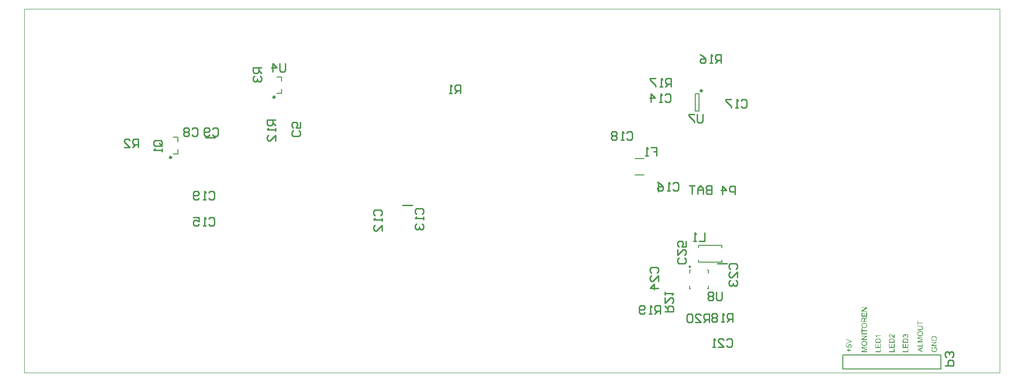
<source format=gbo>
%FSLAX25Y25*%
%MOIN*%
G70*
G01*
G75*
G04 Layer_Color=32896*
G04:AMPARAMS|DCode=10|XSize=23.62mil|YSize=61.02mil|CornerRadius=5.91mil|HoleSize=0mil|Usage=FLASHONLY|Rotation=0.000|XOffset=0mil|YOffset=0mil|HoleType=Round|Shape=RoundedRectangle|*
%AMROUNDEDRECTD10*
21,1,0.02362,0.04921,0,0,0.0*
21,1,0.01181,0.06102,0,0,0.0*
1,1,0.01181,0.00591,-0.02461*
1,1,0.01181,-0.00591,-0.02461*
1,1,0.01181,-0.00591,0.02461*
1,1,0.01181,0.00591,0.02461*
%
%ADD10ROUNDEDRECTD10*%
%ADD11R,0.05906X0.09843*%
%ADD12O,0.07480X0.02362*%
%ADD13O,0.01378X0.07087*%
%ADD14R,0.09843X0.05906*%
G04:AMPARAMS|DCode=15|XSize=23.62mil|YSize=61.02mil|CornerRadius=5.91mil|HoleSize=0mil|Usage=FLASHONLY|Rotation=270.000|XOffset=0mil|YOffset=0mil|HoleType=Round|Shape=RoundedRectangle|*
%AMROUNDEDRECTD15*
21,1,0.02362,0.04921,0,0,270.0*
21,1,0.01181,0.06102,0,0,270.0*
1,1,0.01181,-0.02461,-0.00591*
1,1,0.01181,-0.02461,0.00591*
1,1,0.01181,0.02461,0.00591*
1,1,0.01181,0.02461,-0.00591*
%
%ADD15ROUNDEDRECTD15*%
%ADD16R,0.04724X0.05315*%
%ADD17R,0.05315X0.04724*%
%ADD18R,0.05709X0.04528*%
%ADD19R,0.04528X0.05709*%
%ADD20R,0.04134X0.04331*%
%ADD21R,0.05315X0.03937*%
%ADD22R,0.03937X0.05315*%
%ADD23R,0.03150X0.01969*%
%ADD24R,0.01969X0.03150*%
%ADD25C,0.02000*%
%ADD26C,0.01500*%
%ADD27C,0.03000*%
%ADD28C,0.01300*%
%ADD29C,0.05000*%
%ADD30C,0.04000*%
%ADD31C,0.06500*%
%ADD32C,0.06000*%
%ADD33C,0.03937*%
%ADD34C,0.01000*%
%ADD35C,0.00100*%
%ADD36C,0.05906*%
%ADD37R,0.05906X0.05906*%
%ADD38C,0.11024*%
%ADD39C,0.15354*%
%ADD40C,0.06000*%
%ADD41C,0.11417*%
%ADD42R,0.05906X0.05906*%
%ADD43P,0.05966X8X112.5*%
%ADD44C,0.05512*%
%ADD45C,0.11811*%
%ADD46C,0.07874*%
%ADD47C,0.05213*%
G04:AMPARAMS|DCode=48|XSize=42.52mil|YSize=145.67mil|CornerRadius=10.63mil|HoleSize=0mil|Usage=FLASHONLY|Rotation=270.000|XOffset=0mil|YOffset=0mil|HoleType=Round|Shape=RoundedRectangle|*
%AMROUNDEDRECTD48*
21,1,0.04252,0.12441,0,0,270.0*
21,1,0.02126,0.14567,0,0,270.0*
1,1,0.02126,-0.06221,-0.01063*
1,1,0.02126,-0.06221,0.01063*
1,1,0.02126,0.06221,0.01063*
1,1,0.02126,0.06221,-0.01063*
%
%ADD48ROUNDEDRECTD48*%
%ADD49C,0.05000*%
%ADD50C,0.04000*%
%ADD51C,0.02000*%
%ADD52C,0.06200*%
%ADD53C,0.02284*%
%ADD54C,0.10236*%
%ADD55C,0.15700*%
%ADD56R,0.06693X0.12598*%
%ADD57R,0.09449X0.06496*%
%ADD58O,0.01102X0.03347*%
%ADD59R,0.03543X0.02559*%
%ADD60R,0.06102X0.05512*%
%ADD61R,0.03937X0.02362*%
%ADD62R,0.04331X0.04134*%
%ADD63C,0.04500*%
%ADD64C,0.02500*%
%ADD65C,0.07000*%
%ADD66C,0.03500*%
%ADD67C,0.05500*%
%ADD68R,0.02756X0.01102*%
%ADD69R,0.02756X0.01102*%
%ADD70R,0.02756X0.01102*%
%ADD71C,0.01575*%
%ADD72C,0.02362*%
%ADD73C,0.00787*%
%ADD74C,0.00800*%
G04:AMPARAMS|DCode=75|XSize=31.62mil|YSize=69.02mil|CornerRadius=9.91mil|HoleSize=0mil|Usage=FLASHONLY|Rotation=0.000|XOffset=0mil|YOffset=0mil|HoleType=Round|Shape=RoundedRectangle|*
%AMROUNDEDRECTD75*
21,1,0.03162,0.04921,0,0,0.0*
21,1,0.01181,0.06902,0,0,0.0*
1,1,0.01981,0.00591,-0.02461*
1,1,0.01981,-0.00591,-0.02461*
1,1,0.01981,-0.00591,0.02461*
1,1,0.01981,0.00591,0.02461*
%
%ADD75ROUNDEDRECTD75*%
%ADD76R,0.06706X0.10642*%
%ADD77O,0.08280X0.03162*%
%ADD78O,0.02178X0.07887*%
%ADD79R,0.10642X0.06706*%
G04:AMPARAMS|DCode=80|XSize=31.62mil|YSize=69.02mil|CornerRadius=9.91mil|HoleSize=0mil|Usage=FLASHONLY|Rotation=270.000|XOffset=0mil|YOffset=0mil|HoleType=Round|Shape=RoundedRectangle|*
%AMROUNDEDRECTD80*
21,1,0.03162,0.04921,0,0,270.0*
21,1,0.01181,0.06902,0,0,270.0*
1,1,0.01981,-0.02461,-0.00591*
1,1,0.01981,-0.02461,0.00591*
1,1,0.01981,0.02461,0.00591*
1,1,0.01981,0.02461,-0.00591*
%
%ADD80ROUNDEDRECTD80*%
%ADD81R,0.05524X0.06115*%
%ADD82R,0.06115X0.05524*%
%ADD83R,0.06509X0.05328*%
%ADD84R,0.05328X0.06509*%
%ADD85R,0.04934X0.05131*%
%ADD86R,0.06115X0.04737*%
%ADD87R,0.04737X0.06115*%
%ADD88R,0.03950X0.02769*%
%ADD89R,0.02769X0.03950*%
%ADD90C,0.06706*%
%ADD91R,0.06706X0.06706*%
%ADD92C,0.11824*%
%ADD93C,0.16154*%
%ADD94C,0.06800*%
%ADD95C,0.12217*%
%ADD96R,0.06706X0.06706*%
%ADD97P,0.06832X8X112.5*%
%ADD98C,0.06312*%
%ADD99C,0.12611*%
%ADD100C,0.08674*%
%ADD101C,0.06013*%
G04:AMPARAMS|DCode=102|XSize=50.52mil|YSize=153.67mil|CornerRadius=14.63mil|HoleSize=0mil|Usage=FLASHONLY|Rotation=270.000|XOffset=0mil|YOffset=0mil|HoleType=Round|Shape=RoundedRectangle|*
%AMROUNDEDRECTD102*
21,1,0.05052,0.12441,0,0,270.0*
21,1,0.02126,0.15367,0,0,270.0*
1,1,0.02926,-0.06221,-0.01063*
1,1,0.02926,-0.06221,0.01063*
1,1,0.02926,0.06221,0.01063*
1,1,0.02926,0.06221,-0.01063*
%
%ADD102ROUNDEDRECTD102*%
%ADD103C,0.05800*%
%ADD104C,0.04800*%
%ADD105C,0.02800*%
%ADD106C,0.07000*%
%ADD107C,0.03084*%
%ADD108C,0.11036*%
%ADD109C,0.16500*%
%ADD110R,0.07493X0.13398*%
%ADD111R,0.10000X0.07047*%
%ADD112O,0.01654X0.03898*%
%ADD113R,0.04343X0.03359*%
%ADD114R,0.06902X0.06312*%
%ADD115R,0.04737X0.03162*%
%ADD116R,0.05131X0.04934*%
%ADD117R,0.03556X0.01902*%
%ADD118R,0.03556X0.01902*%
%ADD119R,0.03556X0.01902*%
%ADD120R,0.04134X0.02677*%
%ADD121R,0.01968X0.01024*%
%ADD122R,0.01969X0.01024*%
%ADD123R,0.04134X0.02677*%
%ADD124O,0.00906X0.03150*%
G36*
X629019Y24602D02*
X629066D01*
X629171Y24596D01*
X629288Y24584D01*
X629423Y24561D01*
X629558Y24538D01*
X629686Y24502D01*
X629692D01*
X629704Y24497D01*
X629721Y24491D01*
X629745Y24485D01*
X629803Y24462D01*
X629885Y24432D01*
X629973Y24397D01*
X630066Y24350D01*
X630160Y24298D01*
X630248Y24239D01*
X630260Y24233D01*
X630283Y24210D01*
X630324Y24181D01*
X630376Y24134D01*
X630429Y24087D01*
X630488Y24023D01*
X630546Y23958D01*
X630599Y23888D01*
X630605Y23882D01*
X630616Y23853D01*
X630640Y23812D01*
X630669Y23760D01*
X630698Y23695D01*
X630727Y23619D01*
X630757Y23531D01*
X630786Y23432D01*
Y23420D01*
X630798Y23385D01*
X630803Y23333D01*
X630815Y23257D01*
X630827Y23169D01*
X630839Y23063D01*
X630844Y22946D01*
X630850Y22818D01*
Y21437D01*
X627007D01*
Y22753D01*
Y22759D01*
Y22771D01*
Y22794D01*
Y22829D01*
Y22864D01*
Y22911D01*
X627013Y23011D01*
X627019Y23116D01*
X627030Y23233D01*
X627048Y23344D01*
X627065Y23438D01*
Y23444D01*
X627071Y23455D01*
Y23467D01*
X627083Y23491D01*
X627101Y23555D01*
X627130Y23631D01*
X627165Y23719D01*
X627212Y23812D01*
X627270Y23906D01*
X627340Y23999D01*
Y24005D01*
X627352Y24011D01*
X627387Y24052D01*
X627446Y24105D01*
X627522Y24169D01*
X627615Y24245D01*
X627726Y24321D01*
X627855Y24391D01*
X628001Y24456D01*
X628007D01*
X628019Y24462D01*
X628042Y24467D01*
X628072Y24479D01*
X628107Y24491D01*
X628154Y24502D01*
X628206Y24520D01*
X628265Y24532D01*
X628329Y24543D01*
X628399Y24561D01*
X628551Y24584D01*
X628721Y24602D01*
X628908Y24608D01*
X628984D01*
X629019Y24602D01*
D02*
G37*
G36*
X629797Y27626D02*
X629844Y27621D01*
X629891Y27615D01*
X629949Y27603D01*
X630008Y27585D01*
X630142Y27545D01*
X630219Y27515D01*
X630289Y27474D01*
X630359Y27433D01*
X630429Y27387D01*
X630499Y27328D01*
X630570Y27264D01*
X630575Y27258D01*
X630587Y27246D01*
X630599Y27229D01*
X630622Y27199D01*
X630651Y27164D01*
X630681Y27117D01*
X630710Y27065D01*
X630739Y27012D01*
X630774Y26948D01*
X630803Y26878D01*
X630833Y26801D01*
X630862Y26720D01*
X630885Y26632D01*
X630897Y26538D01*
X630909Y26439D01*
X630915Y26339D01*
Y26334D01*
Y26316D01*
Y26293D01*
X630909Y26258D01*
X630903Y26211D01*
X630897Y26164D01*
X630891Y26105D01*
X630880Y26047D01*
X630844Y25912D01*
X630786Y25772D01*
X630757Y25702D01*
X630716Y25637D01*
X630669Y25567D01*
X630616Y25503D01*
X630611Y25497D01*
X630605Y25491D01*
X630587Y25474D01*
X630564Y25450D01*
X630529Y25427D01*
X630493Y25398D01*
X630452Y25363D01*
X630406Y25333D01*
X630289Y25263D01*
X630154Y25205D01*
X630002Y25152D01*
X629920Y25134D01*
X629832Y25123D01*
X629768Y25596D01*
X629774D01*
X629786Y25602D01*
X629809D01*
X629832Y25614D01*
X629903Y25631D01*
X629990Y25661D01*
X630084Y25696D01*
X630183Y25743D01*
X630271Y25801D01*
X630347Y25866D01*
X630353Y25877D01*
X630376Y25901D01*
X630400Y25942D01*
X630435Y26000D01*
X630464Y26064D01*
X630493Y26146D01*
X630517Y26240D01*
X630523Y26339D01*
Y26345D01*
Y26357D01*
Y26375D01*
X630517Y26398D01*
X630511Y26456D01*
X630493Y26533D01*
X630464Y26626D01*
X630429Y26720D01*
X630371Y26813D01*
X630295Y26901D01*
X630283Y26913D01*
X630254Y26936D01*
X630207Y26971D01*
X630137Y27018D01*
X630055Y27059D01*
X629955Y27094D01*
X629844Y27117D01*
X629721Y27129D01*
X629692D01*
X629669Y27123D01*
X629610Y27117D01*
X629534Y27100D01*
X629452Y27077D01*
X629359Y27036D01*
X629271Y26983D01*
X629189Y26913D01*
X629177Y26901D01*
X629154Y26878D01*
X629125Y26831D01*
X629084Y26766D01*
X629043Y26690D01*
X629013Y26597D01*
X628990Y26497D01*
X628978Y26380D01*
Y26375D01*
Y26357D01*
Y26328D01*
X628984Y26287D01*
X628990Y26240D01*
X628996Y26182D01*
X629008Y26117D01*
X629025Y26047D01*
X628610Y26100D01*
Y26105D01*
Y26129D01*
X628616Y26152D01*
Y26176D01*
Y26182D01*
Y26187D01*
Y26205D01*
Y26228D01*
X628610Y26281D01*
X628598Y26357D01*
X628581Y26439D01*
X628551Y26527D01*
X628516Y26620D01*
X628464Y26714D01*
X628458Y26726D01*
X628434Y26755D01*
X628393Y26790D01*
X628341Y26837D01*
X628276Y26883D01*
X628194Y26919D01*
X628095Y26948D01*
X627978Y26959D01*
X627937D01*
X627890Y26948D01*
X627826Y26936D01*
X627762Y26919D01*
X627691Y26883D01*
X627615Y26842D01*
X627551Y26784D01*
X627545Y26778D01*
X627522Y26755D01*
X627492Y26714D01*
X627463Y26661D01*
X627428Y26597D01*
X627405Y26521D01*
X627381Y26433D01*
X627375Y26334D01*
Y26328D01*
Y26322D01*
Y26287D01*
X627387Y26234D01*
X627399Y26176D01*
X627416Y26100D01*
X627452Y26024D01*
X627492Y25947D01*
X627551Y25871D01*
X627557Y25866D01*
X627580Y25842D01*
X627621Y25813D01*
X627680Y25778D01*
X627750Y25737D01*
X627838Y25702D01*
X627943Y25667D01*
X628066Y25643D01*
X627984Y25169D01*
X627978D01*
X627960Y25175D01*
X627937Y25181D01*
X627908Y25187D01*
X627867Y25199D01*
X627820Y25210D01*
X627715Y25251D01*
X627598Y25298D01*
X627475Y25368D01*
X627358Y25450D01*
X627253Y25556D01*
X627247Y25561D01*
X627241Y25567D01*
X627229Y25585D01*
X627212Y25614D01*
X627194Y25643D01*
X627171Y25678D01*
X627118Y25766D01*
X627071Y25877D01*
X627030Y26012D01*
X627001Y26158D01*
X626989Y26240D01*
Y26322D01*
Y26328D01*
Y26334D01*
Y26351D01*
Y26375D01*
X626995Y26433D01*
X627007Y26509D01*
X627024Y26597D01*
X627048Y26696D01*
X627083Y26796D01*
X627130Y26895D01*
Y26901D01*
X627136Y26907D01*
X627153Y26942D01*
X627182Y26989D01*
X627223Y27047D01*
X627276Y27112D01*
X627340Y27182D01*
X627416Y27246D01*
X627498Y27305D01*
X627510Y27310D01*
X627539Y27328D01*
X627586Y27351D01*
X627644Y27375D01*
X627721Y27398D01*
X627803Y27422D01*
X627890Y27439D01*
X627990Y27445D01*
X628031D01*
X628077Y27439D01*
X628136Y27428D01*
X628206Y27410D01*
X628282Y27387D01*
X628364Y27357D01*
X628440Y27310D01*
X628452Y27305D01*
X628475Y27287D01*
X628510Y27252D01*
X628557Y27211D01*
X628610Y27153D01*
X628662Y27088D01*
X628721Y27006D01*
X628768Y26913D01*
Y26919D01*
X628774Y26930D01*
Y26948D01*
X628785Y26971D01*
X628803Y27030D01*
X628838Y27106D01*
X628879Y27188D01*
X628937Y27275D01*
X629008Y27363D01*
X629095Y27439D01*
X629107Y27445D01*
X629142Y27468D01*
X629195Y27498D01*
X629265Y27539D01*
X629353Y27574D01*
X629458Y27603D01*
X629581Y27626D01*
X629715Y27632D01*
X629762D01*
X629797Y27626D01*
D02*
G37*
G36*
X630850Y14850D02*
X627007D01*
Y15359D01*
X630400D01*
Y17248D01*
X630850D01*
Y14850D01*
D02*
G37*
G36*
Y17869D02*
X627007D01*
Y20647D01*
X627457D01*
Y18377D01*
X628639D01*
Y20501D01*
X629089D01*
Y18377D01*
X630400D01*
Y20735D01*
X630850D01*
Y17869D01*
D02*
G37*
G36*
X621050Y14850D02*
X617207D01*
Y15359D01*
X620600D01*
Y17248D01*
X621050D01*
Y14850D01*
D02*
G37*
G36*
Y25052D02*
X620986D01*
X620945Y25058D01*
X620898Y25064D01*
X620846Y25070D01*
X620787Y25087D01*
X620729Y25105D01*
X620723D01*
X620717Y25111D01*
X620682Y25123D01*
X620635Y25146D01*
X620565Y25181D01*
X620489Y25222D01*
X620401Y25280D01*
X620313Y25339D01*
X620220Y25415D01*
X620214D01*
X620208Y25427D01*
X620173Y25456D01*
X620120Y25503D01*
X620050Y25573D01*
X619968Y25661D01*
X619869Y25766D01*
X619758Y25895D01*
X619635Y26035D01*
X619629Y26041D01*
X619611Y26064D01*
X619588Y26094D01*
X619547Y26135D01*
X619506Y26187D01*
X619453Y26246D01*
X619342Y26375D01*
X619208Y26515D01*
X619073Y26655D01*
X619009Y26726D01*
X618944Y26784D01*
X618880Y26837D01*
X618821Y26883D01*
X618816D01*
X618810Y26895D01*
X618792Y26907D01*
X618769Y26919D01*
X618710Y26954D01*
X618634Y26995D01*
X618546Y27036D01*
X618453Y27071D01*
X618348Y27094D01*
X618248Y27106D01*
X618236D01*
X618201Y27100D01*
X618149Y27094D01*
X618084Y27082D01*
X618008Y27053D01*
X617932Y27018D01*
X617850Y26971D01*
X617774Y26901D01*
X617768Y26889D01*
X617745Y26866D01*
X617716Y26819D01*
X617675Y26761D01*
X617640Y26685D01*
X617611Y26597D01*
X617587Y26491D01*
X617581Y26375D01*
Y26369D01*
Y26357D01*
Y26339D01*
X617587Y26316D01*
X617593Y26258D01*
X617605Y26182D01*
X617634Y26094D01*
X617669Y26000D01*
X617722Y25912D01*
X617792Y25831D01*
X617804Y25825D01*
X617827Y25801D01*
X617874Y25766D01*
X617938Y25731D01*
X618020Y25690D01*
X618114Y25661D01*
X618225Y25637D01*
X618354Y25626D01*
X618301Y25140D01*
X618277D01*
X618248Y25146D01*
X618213Y25152D01*
X618166Y25164D01*
X618114Y25169D01*
X617997Y25205D01*
X617862Y25251D01*
X617728Y25316D01*
X617593Y25403D01*
X617534Y25450D01*
X617476Y25509D01*
X617470Y25515D01*
X617464Y25526D01*
X617447Y25544D01*
X617429Y25567D01*
X617412Y25602D01*
X617382Y25643D01*
X617359Y25690D01*
X617330Y25743D01*
X617306Y25801D01*
X617277Y25866D01*
X617254Y25942D01*
X617236Y26018D01*
X617201Y26193D01*
X617195Y26287D01*
X617189Y26386D01*
Y26392D01*
Y26410D01*
Y26439D01*
X617195Y26480D01*
X617201Y26527D01*
X617207Y26579D01*
X617213Y26638D01*
X617230Y26702D01*
X617265Y26842D01*
X617318Y26989D01*
X617353Y27065D01*
X617394Y27135D01*
X617447Y27199D01*
X617499Y27264D01*
X617505Y27270D01*
X617511Y27275D01*
X617529Y27293D01*
X617552Y27316D01*
X617587Y27340D01*
X617622Y27369D01*
X617710Y27428D01*
X617821Y27486D01*
X617950Y27539D01*
X618096Y27580D01*
X618178Y27585D01*
X618260Y27591D01*
X618301D01*
X618348Y27585D01*
X618406Y27580D01*
X618476Y27568D01*
X618552Y27550D01*
X618634Y27527D01*
X618716Y27492D01*
X618728Y27486D01*
X618757Y27474D01*
X618798Y27451D01*
X618857Y27416D01*
X618927Y27375D01*
X619009Y27322D01*
X619091Y27252D01*
X619184Y27176D01*
X619196Y27164D01*
X619231Y27135D01*
X619284Y27082D01*
X619319Y27047D01*
X619360Y27006D01*
X619407Y26959D01*
X619459Y26901D01*
X619512Y26842D01*
X619576Y26778D01*
X619640Y26708D01*
X619711Y26626D01*
X619781Y26544D01*
X619863Y26450D01*
X619869Y26445D01*
X619880Y26433D01*
X619898Y26410D01*
X619921Y26380D01*
X619980Y26310D01*
X620056Y26222D01*
X620138Y26135D01*
X620220Y26041D01*
X620290Y25965D01*
X620319Y25936D01*
X620348Y25907D01*
X620354Y25901D01*
X620372Y25889D01*
X620395Y25866D01*
X620430Y25836D01*
X620506Y25772D01*
X620600Y25708D01*
Y27597D01*
X621050D01*
Y25052D01*
D02*
G37*
G36*
X611250Y14850D02*
X607407D01*
Y15359D01*
X610800D01*
Y17248D01*
X611250D01*
Y14850D01*
D02*
G37*
G36*
X621050Y17869D02*
X617207D01*
Y20647D01*
X617657D01*
Y18377D01*
X618839D01*
Y20501D01*
X619289D01*
Y18377D01*
X620600D01*
Y20735D01*
X621050D01*
Y17869D01*
D02*
G37*
G36*
X619219Y24602D02*
X619266D01*
X619371Y24596D01*
X619488Y24584D01*
X619623Y24561D01*
X619758Y24538D01*
X619886Y24502D01*
X619892D01*
X619904Y24497D01*
X619921Y24491D01*
X619945Y24485D01*
X620003Y24462D01*
X620085Y24432D01*
X620173Y24397D01*
X620266Y24350D01*
X620360Y24298D01*
X620448Y24239D01*
X620460Y24233D01*
X620483Y24210D01*
X620524Y24181D01*
X620576Y24134D01*
X620629Y24087D01*
X620688Y24023D01*
X620746Y23958D01*
X620799Y23888D01*
X620805Y23882D01*
X620816Y23853D01*
X620840Y23812D01*
X620869Y23760D01*
X620898Y23695D01*
X620927Y23619D01*
X620957Y23531D01*
X620986Y23432D01*
Y23420D01*
X620998Y23385D01*
X621003Y23333D01*
X621015Y23257D01*
X621027Y23169D01*
X621039Y23063D01*
X621044Y22946D01*
X621050Y22818D01*
Y21437D01*
X617207D01*
Y22753D01*
Y22759D01*
Y22771D01*
Y22794D01*
Y22829D01*
Y22864D01*
Y22911D01*
X617213Y23011D01*
X617219Y23116D01*
X617230Y23233D01*
X617248Y23344D01*
X617265Y23438D01*
Y23444D01*
X617271Y23455D01*
Y23467D01*
X617283Y23491D01*
X617301Y23555D01*
X617330Y23631D01*
X617365Y23719D01*
X617412Y23812D01*
X617470Y23906D01*
X617540Y23999D01*
Y24005D01*
X617552Y24011D01*
X617587Y24052D01*
X617646Y24105D01*
X617722Y24169D01*
X617815Y24245D01*
X617926Y24321D01*
X618055Y24391D01*
X618201Y24456D01*
X618207D01*
X618219Y24462D01*
X618242Y24467D01*
X618272Y24479D01*
X618307Y24491D01*
X618354Y24502D01*
X618406Y24520D01*
X618465Y24532D01*
X618529Y24543D01*
X618599Y24561D01*
X618751Y24584D01*
X618921Y24602D01*
X619108Y24608D01*
X619184D01*
X619219Y24602D01*
D02*
G37*
G36*
X649519Y26187D02*
X649566D01*
X649671Y26182D01*
X649788Y26170D01*
X649923Y26146D01*
X650058Y26123D01*
X650186Y26088D01*
X650192D01*
X650204Y26082D01*
X650221Y26076D01*
X650245Y26070D01*
X650303Y26047D01*
X650385Y26018D01*
X650473Y25982D01*
X650566Y25936D01*
X650660Y25883D01*
X650748Y25825D01*
X650760Y25819D01*
X650783Y25795D01*
X650824Y25766D01*
X650877Y25719D01*
X650929Y25673D01*
X650988Y25608D01*
X651046Y25544D01*
X651099Y25474D01*
X651105Y25468D01*
X651116Y25438D01*
X651140Y25398D01*
X651169Y25345D01*
X651198Y25280D01*
X651228Y25205D01*
X651257Y25117D01*
X651286Y25017D01*
Y25006D01*
X651298Y24971D01*
X651303Y24918D01*
X651315Y24842D01*
X651327Y24754D01*
X651339Y24649D01*
X651344Y24532D01*
X651350Y24403D01*
Y23022D01*
X647507D01*
Y24339D01*
Y24345D01*
Y24356D01*
Y24380D01*
Y24415D01*
Y24450D01*
Y24497D01*
X647513Y24596D01*
X647519Y24701D01*
X647530Y24818D01*
X647548Y24930D01*
X647565Y25023D01*
Y25029D01*
X647571Y25041D01*
Y25052D01*
X647583Y25076D01*
X647601Y25140D01*
X647630Y25216D01*
X647665Y25304D01*
X647712Y25398D01*
X647770Y25491D01*
X647840Y25585D01*
Y25591D01*
X647852Y25596D01*
X647887Y25637D01*
X647946Y25690D01*
X648022Y25754D01*
X648115Y25831D01*
X648226Y25907D01*
X648355Y25977D01*
X648501Y26041D01*
X648507D01*
X648519Y26047D01*
X648542Y26053D01*
X648572Y26064D01*
X648607Y26076D01*
X648654Y26088D01*
X648706Y26105D01*
X648765Y26117D01*
X648829Y26129D01*
X648899Y26146D01*
X649051Y26170D01*
X649221Y26187D01*
X649408Y26193D01*
X649484D01*
X649519Y26187D01*
D02*
G37*
G36*
X641350Y17863D02*
X640186Y17418D01*
Y15804D01*
X641350Y15388D01*
Y14850D01*
X637507Y16318D01*
Y16874D01*
X641350Y18436D01*
Y17863D01*
D02*
G37*
G36*
X650824Y18395D02*
X650830Y18383D01*
X650847Y18366D01*
X650865Y18337D01*
X650894Y18302D01*
X650917Y18261D01*
X650988Y18161D01*
X651058Y18044D01*
X651134Y17915D01*
X651204Y17769D01*
X651268Y17623D01*
Y17617D01*
X651274Y17605D01*
X651280Y17582D01*
X651292Y17553D01*
X651303Y17518D01*
X651315Y17477D01*
X651327Y17424D01*
X651339Y17371D01*
X651368Y17248D01*
X651391Y17114D01*
X651409Y16962D01*
X651415Y16810D01*
Y16804D01*
Y16786D01*
Y16757D01*
X651409Y16716D01*
Y16664D01*
X651403Y16605D01*
X651397Y16541D01*
X651385Y16470D01*
X651356Y16307D01*
X651315Y16137D01*
X651257Y15956D01*
X651175Y15780D01*
X651169Y15774D01*
X651163Y15763D01*
X651151Y15733D01*
X651128Y15704D01*
X651105Y15663D01*
X651075Y15622D01*
X650999Y15523D01*
X650900Y15406D01*
X650777Y15295D01*
X650637Y15183D01*
X650479Y15084D01*
X650473D01*
X650455Y15072D01*
X650432Y15061D01*
X650397Y15049D01*
X650356Y15031D01*
X650303Y15008D01*
X650245Y14990D01*
X650175Y14967D01*
X650104Y14944D01*
X650022Y14926D01*
X649847Y14885D01*
X649654Y14862D01*
X649449Y14850D01*
X649396D01*
X649356Y14856D01*
X649303D01*
X649244Y14862D01*
X649180Y14867D01*
X649110Y14879D01*
X648946Y14909D01*
X648771Y14949D01*
X648583Y15008D01*
X648402Y15084D01*
X648396D01*
X648379Y15096D01*
X648355Y15107D01*
X648320Y15125D01*
X648279Y15154D01*
X648238Y15183D01*
X648127Y15254D01*
X648010Y15353D01*
X647893Y15464D01*
X647782Y15605D01*
X647729Y15675D01*
X647682Y15757D01*
Y15763D01*
X647671Y15774D01*
X647659Y15804D01*
X647647Y15833D01*
X647624Y15874D01*
X647606Y15926D01*
X647583Y15985D01*
X647559Y16049D01*
X647542Y16119D01*
X647519Y16195D01*
X647478Y16371D01*
X647454Y16558D01*
X647442Y16769D01*
Y16775D01*
Y16786D01*
Y16810D01*
Y16839D01*
X647448Y16874D01*
Y16921D01*
X647460Y17020D01*
X647478Y17131D01*
X647501Y17260D01*
X647536Y17389D01*
X647583Y17518D01*
Y17523D01*
X647589Y17535D01*
X647595Y17553D01*
X647606Y17576D01*
X647636Y17635D01*
X647682Y17711D01*
X647735Y17798D01*
X647799Y17886D01*
X647870Y17974D01*
X647957Y18050D01*
X647969Y18056D01*
X647998Y18079D01*
X648051Y18114D01*
X648127Y18161D01*
X648215Y18208D01*
X648320Y18255D01*
X648443Y18302D01*
X648583Y18342D01*
X648712Y17880D01*
X648706D01*
X648700Y17874D01*
X648665Y17869D01*
X648612Y17845D01*
X648542Y17822D01*
X648472Y17793D01*
X648396Y17758D01*
X648320Y17717D01*
X648250Y17670D01*
X648244Y17664D01*
X648221Y17646D01*
X648191Y17617D01*
X648150Y17576D01*
X648109Y17523D01*
X648063Y17459D01*
X648022Y17389D01*
X647981Y17301D01*
X647975Y17289D01*
X647963Y17260D01*
X647946Y17208D01*
X647928Y17143D01*
X647910Y17067D01*
X647893Y16979D01*
X647881Y16880D01*
X647875Y16775D01*
Y16769D01*
Y16757D01*
Y16739D01*
Y16716D01*
X647881Y16652D01*
X647887Y16570D01*
X647905Y16476D01*
X647922Y16371D01*
X647952Y16272D01*
X647987Y16172D01*
X647992Y16160D01*
X648004Y16131D01*
X648028Y16084D01*
X648063Y16026D01*
X648104Y15961D01*
X648150Y15891D01*
X648203Y15827D01*
X648267Y15763D01*
X648273Y15757D01*
X648297Y15739D01*
X648332Y15710D01*
X648379Y15675D01*
X648437Y15634D01*
X648501Y15593D01*
X648572Y15558D01*
X648648Y15523D01*
X648654D01*
X648665Y15517D01*
X648683Y15511D01*
X648712Y15499D01*
X648741Y15488D01*
X648782Y15476D01*
X648876Y15452D01*
X648993Y15423D01*
X649122Y15400D01*
X649268Y15382D01*
X649420Y15376D01*
X649467D01*
X649508Y15382D01*
X649548D01*
X649601Y15388D01*
X649660Y15394D01*
X649718Y15400D01*
X649859Y15417D01*
X650005Y15452D01*
X650145Y15494D01*
X650286Y15552D01*
X650291D01*
X650303Y15558D01*
X650321Y15570D01*
X650344Y15587D01*
X650403Y15628D01*
X650479Y15681D01*
X650561Y15751D01*
X650648Y15839D01*
X650730Y15944D01*
X650800Y16061D01*
Y16067D01*
X650806Y16079D01*
X650818Y16096D01*
X650824Y16119D01*
X650836Y16149D01*
X650853Y16190D01*
X650882Y16277D01*
X650912Y16389D01*
X650941Y16506D01*
X650958Y16640D01*
X650964Y16781D01*
Y16786D01*
Y16798D01*
Y16816D01*
Y16839D01*
X650958Y16903D01*
X650947Y16985D01*
X650935Y17079D01*
X650912Y17190D01*
X650882Y17307D01*
X650841Y17424D01*
Y17430D01*
X650836Y17436D01*
X650830Y17453D01*
X650818Y17477D01*
X650795Y17535D01*
X650760Y17605D01*
X650718Y17681D01*
X650672Y17758D01*
X650619Y17833D01*
X650566Y17904D01*
X649841D01*
Y16775D01*
X649391D01*
Y18401D01*
X650818D01*
X650824Y18395D01*
D02*
G37*
G36*
X651350Y21648D02*
X648332Y19629D01*
X651350D01*
Y19144D01*
X647507D01*
Y19659D01*
X650526Y21683D01*
X647507D01*
Y22168D01*
X651350D01*
Y21648D01*
D02*
G37*
G36*
X641350Y18828D02*
X637507D01*
Y19337D01*
X640900D01*
Y21226D01*
X641350D01*
Y18828D01*
D02*
G37*
G36*
X639876Y33494D02*
X639929D01*
X639993Y33488D01*
X640063Y33482D01*
X640210Y33465D01*
X640362Y33441D01*
X640514Y33412D01*
X640648Y33365D01*
X640654D01*
X640666Y33359D01*
X640683Y33354D01*
X640707Y33342D01*
X640765Y33307D01*
X640847Y33260D01*
X640935Y33196D01*
X641029Y33114D01*
X641116Y33008D01*
X641204Y32891D01*
Y32886D01*
X641216Y32874D01*
X641222Y32856D01*
X641239Y32827D01*
X641251Y32798D01*
X641268Y32757D01*
X641292Y32704D01*
X641309Y32651D01*
X641327Y32593D01*
X641350Y32523D01*
X641368Y32453D01*
X641380Y32371D01*
X641403Y32195D01*
X641415Y31996D01*
Y31991D01*
Y31973D01*
Y31944D01*
X641409Y31909D01*
Y31862D01*
X641403Y31809D01*
X641397Y31751D01*
X641391Y31686D01*
X641368Y31546D01*
X641339Y31400D01*
X641292Y31248D01*
X641233Y31113D01*
Y31107D01*
X641222Y31095D01*
X641216Y31084D01*
X641198Y31060D01*
X641157Y30996D01*
X641093Y30926D01*
X641017Y30844D01*
X640929Y30768D01*
X640818Y30692D01*
X640695Y30627D01*
X640689D01*
X640678Y30622D01*
X640660Y30616D01*
X640631Y30604D01*
X640596Y30592D01*
X640549Y30581D01*
X640496Y30569D01*
X640438Y30557D01*
X640373Y30540D01*
X640303Y30528D01*
X640221Y30516D01*
X640139Y30505D01*
X640046Y30493D01*
X639946Y30487D01*
X639841Y30481D01*
X637507D01*
Y30990D01*
X639853D01*
X639899Y30996D01*
X640011Y31002D01*
X640128Y31014D01*
X640250Y31025D01*
X640368Y31049D01*
X640420Y31060D01*
X640467Y31078D01*
X640479Y31084D01*
X640508Y31095D01*
X640549Y31119D01*
X640601Y31154D01*
X640660Y31195D01*
X640724Y31253D01*
X640783Y31318D01*
X640836Y31400D01*
X640841Y31411D01*
X640853Y31441D01*
X640876Y31487D01*
X640894Y31552D01*
X640917Y31634D01*
X640941Y31727D01*
X640952Y31833D01*
X640958Y31949D01*
Y31955D01*
Y31973D01*
Y32002D01*
X640952Y32043D01*
Y32090D01*
X640947Y32143D01*
X640929Y32260D01*
X640894Y32394D01*
X640853Y32523D01*
X640789Y32646D01*
X640754Y32704D01*
X640707Y32751D01*
X640701D01*
X640695Y32763D01*
X640678Y32774D01*
X640654Y32786D01*
X640625Y32809D01*
X640590Y32827D01*
X640543Y32851D01*
X640490Y32874D01*
X640426Y32891D01*
X640356Y32915D01*
X640280Y32938D01*
X640186Y32956D01*
X640087Y32967D01*
X639981Y32979D01*
X639859Y32991D01*
X637507D01*
Y33500D01*
X639823D01*
X639876Y33494D01*
D02*
G37*
G36*
X637957Y35834D02*
X641350D01*
Y35325D01*
X637957D01*
Y34061D01*
X637507D01*
Y37098D01*
X637957D01*
Y35834D01*
D02*
G37*
G36*
X641350Y24994D02*
X638133D01*
X641350Y23871D01*
Y23414D01*
X638080Y22309D01*
X641350D01*
Y21817D01*
X637507D01*
Y22578D01*
X640227Y23491D01*
X640233D01*
X640245Y23496D01*
X640262Y23502D01*
X640292Y23508D01*
X640356Y23531D01*
X640438Y23561D01*
X640531Y23590D01*
X640625Y23619D01*
X640719Y23648D01*
X640795Y23672D01*
X640783Y23678D01*
X640754Y23684D01*
X640707Y23701D01*
X640642Y23724D01*
X640555Y23748D01*
X640449Y23783D01*
X640327Y23830D01*
X640180Y23877D01*
X637507Y24795D01*
Y25485D01*
X641350D01*
Y24994D01*
D02*
G37*
G36*
X639537Y29814D02*
X639590D01*
X639648Y29808D01*
X639712Y29803D01*
X639788Y29791D01*
X639952Y29762D01*
X640128Y29721D01*
X640309Y29662D01*
X640485Y29580D01*
X640490D01*
X640502Y29569D01*
X640525Y29557D01*
X640561Y29539D01*
X640596Y29510D01*
X640642Y29481D01*
X640742Y29411D01*
X640853Y29317D01*
X640970Y29200D01*
X641081Y29065D01*
X641181Y28913D01*
Y28907D01*
X641192Y28896D01*
X641204Y28872D01*
X641216Y28837D01*
X641233Y28796D01*
X641257Y28750D01*
X641274Y28697D01*
X641298Y28633D01*
X641339Y28498D01*
X641380Y28340D01*
X641403Y28165D01*
X641415Y27983D01*
Y27977D01*
Y27960D01*
Y27931D01*
X641409Y27890D01*
Y27843D01*
X641403Y27790D01*
X641391Y27726D01*
X641380Y27656D01*
X641350Y27509D01*
X641303Y27346D01*
X641239Y27176D01*
X641204Y27094D01*
X641157Y27012D01*
X641151Y27006D01*
X641146Y26995D01*
X641128Y26971D01*
X641111Y26942D01*
X641081Y26907D01*
X641052Y26866D01*
X640970Y26772D01*
X640865Y26667D01*
X640748Y26556D01*
X640601Y26456D01*
X640444Y26363D01*
X640438D01*
X640420Y26351D01*
X640397Y26345D01*
X640362Y26328D01*
X640321Y26310D01*
X640274Y26293D01*
X640215Y26275D01*
X640151Y26258D01*
X640081Y26234D01*
X640011Y26217D01*
X639847Y26182D01*
X639671Y26158D01*
X639484Y26146D01*
X639443D01*
X639391Y26152D01*
X639326D01*
X639244Y26164D01*
X639151Y26176D01*
X639051Y26187D01*
X638934Y26211D01*
X638817Y26240D01*
X638694Y26269D01*
X638572Y26310D01*
X638449Y26363D01*
X638326Y26421D01*
X638203Y26486D01*
X638092Y26568D01*
X637987Y26655D01*
X637981Y26661D01*
X637963Y26679D01*
X637934Y26708D01*
X637899Y26749D01*
X637858Y26801D01*
X637817Y26860D01*
X637764Y26930D01*
X637712Y27012D01*
X637665Y27106D01*
X637612Y27205D01*
X637571Y27316D01*
X637524Y27433D01*
X637495Y27556D01*
X637466Y27691D01*
X637448Y27837D01*
X637442Y27983D01*
Y27989D01*
Y28007D01*
Y28036D01*
X637448Y28071D01*
Y28118D01*
X637454Y28176D01*
X637466Y28235D01*
X637472Y28305D01*
X637507Y28451D01*
X637554Y28615D01*
X637612Y28779D01*
X637653Y28861D01*
X637700Y28943D01*
Y28949D01*
X637712Y28960D01*
X637723Y28984D01*
X637747Y29013D01*
X637770Y29048D01*
X637805Y29089D01*
X637881Y29182D01*
X637981Y29288D01*
X638104Y29399D01*
X638244Y29498D01*
X638408Y29592D01*
X638414D01*
X638431Y29604D01*
X638455Y29615D01*
X638490Y29627D01*
X638531Y29645D01*
X638583Y29662D01*
X638642Y29686D01*
X638706Y29709D01*
X638782Y29726D01*
X638858Y29750D01*
X639034Y29785D01*
X639227Y29808D01*
X639437Y29820D01*
X639496D01*
X639537Y29814D01*
D02*
G37*
G36*
X611250Y17869D02*
X607407D01*
Y20647D01*
X607857D01*
Y18377D01*
X609039D01*
Y20501D01*
X609489D01*
Y18377D01*
X610800D01*
Y20735D01*
X611250D01*
Y17869D01*
D02*
G37*
G36*
X599637Y35658D02*
X599689D01*
X599748Y35653D01*
X599812Y35647D01*
X599888Y35635D01*
X600052Y35606D01*
X600228Y35565D01*
X600409Y35506D01*
X600585Y35425D01*
X600590D01*
X600602Y35413D01*
X600626Y35401D01*
X600661Y35383D01*
X600696Y35354D01*
X600742Y35325D01*
X600842Y35255D01*
X600953Y35161D01*
X601070Y35044D01*
X601181Y34910D01*
X601281Y34758D01*
Y34752D01*
X601292Y34740D01*
X601304Y34717D01*
X601316Y34681D01*
X601333Y34641D01*
X601357Y34594D01*
X601374Y34541D01*
X601398Y34477D01*
X601439Y34342D01*
X601480Y34184D01*
X601503Y34009D01*
X601515Y33827D01*
Y33822D01*
Y33804D01*
Y33775D01*
X601509Y33734D01*
Y33687D01*
X601503Y33634D01*
X601491Y33570D01*
X601480Y33500D01*
X601450Y33354D01*
X601404Y33190D01*
X601339Y33020D01*
X601304Y32938D01*
X601257Y32856D01*
X601251Y32851D01*
X601246Y32839D01*
X601228Y32815D01*
X601210Y32786D01*
X601181Y32751D01*
X601152Y32710D01*
X601070Y32616D01*
X600965Y32511D01*
X600848Y32400D01*
X600702Y32300D01*
X600544Y32207D01*
X600538D01*
X600520Y32195D01*
X600497Y32189D01*
X600462Y32172D01*
X600421Y32154D01*
X600374Y32137D01*
X600315Y32119D01*
X600251Y32102D01*
X600181Y32078D01*
X600111Y32061D01*
X599947Y32026D01*
X599771Y32002D01*
X599584Y31991D01*
X599543D01*
X599491Y31996D01*
X599426D01*
X599344Y32008D01*
X599251Y32020D01*
X599151Y32032D01*
X599034Y32055D01*
X598917Y32084D01*
X598794Y32113D01*
X598672Y32154D01*
X598549Y32207D01*
X598426Y32265D01*
X598303Y32330D01*
X598192Y32412D01*
X598087Y32500D01*
X598081Y32505D01*
X598063Y32523D01*
X598034Y32552D01*
X597999Y32593D01*
X597958Y32646D01*
X597917Y32704D01*
X597864Y32774D01*
X597812Y32856D01*
X597765Y32950D01*
X597712Y33049D01*
X597671Y33160D01*
X597624Y33277D01*
X597595Y33400D01*
X597566Y33535D01*
X597548Y33681D01*
X597542Y33827D01*
Y33833D01*
Y33851D01*
Y33880D01*
X597548Y33915D01*
Y33962D01*
X597554Y34020D01*
X597566Y34079D01*
X597572Y34149D01*
X597607Y34295D01*
X597654Y34459D01*
X597712Y34623D01*
X597753Y34705D01*
X597800Y34787D01*
Y34793D01*
X597812Y34804D01*
X597823Y34828D01*
X597847Y34857D01*
X597870Y34892D01*
X597905Y34933D01*
X597981Y35027D01*
X598081Y35132D01*
X598204Y35243D01*
X598344Y35342D01*
X598508Y35436D01*
X598514D01*
X598531Y35448D01*
X598555Y35460D01*
X598590Y35471D01*
X598631Y35489D01*
X598683Y35506D01*
X598742Y35530D01*
X598806Y35553D01*
X598882Y35571D01*
X598958Y35594D01*
X599134Y35629D01*
X599327Y35653D01*
X599537Y35664D01*
X599596D01*
X599637Y35658D01*
D02*
G37*
G36*
X601450Y39069D02*
X600655Y38560D01*
X600649D01*
X600637Y38548D01*
X600620Y38537D01*
X600596Y38525D01*
X600538Y38484D01*
X600462Y38431D01*
X600374Y38373D01*
X600286Y38309D01*
X600204Y38250D01*
X600128Y38192D01*
X600122Y38186D01*
X600099Y38168D01*
X600064Y38139D01*
X600023Y38110D01*
X599941Y38022D01*
X599900Y37981D01*
X599871Y37934D01*
X599865Y37928D01*
X599859Y37917D01*
X599847Y37893D01*
X599830Y37864D01*
X599795Y37794D01*
X599765Y37706D01*
Y37700D01*
X599760Y37688D01*
Y37665D01*
X599754Y37636D01*
X599748Y37595D01*
Y37548D01*
X599742Y37490D01*
Y37419D01*
Y36834D01*
X601450D01*
Y36325D01*
X597607D01*
Y38028D01*
Y38034D01*
Y38051D01*
Y38074D01*
Y38110D01*
X597613Y38156D01*
Y38203D01*
X597619Y38320D01*
X597630Y38443D01*
X597654Y38572D01*
X597677Y38695D01*
X597695Y38753D01*
X597712Y38806D01*
Y38812D01*
X597718Y38818D01*
X597730Y38853D01*
X597759Y38899D01*
X597800Y38958D01*
X597847Y39028D01*
X597911Y39098D01*
X597987Y39169D01*
X598081Y39233D01*
X598092Y39239D01*
X598128Y39256D01*
X598180Y39285D01*
X598250Y39315D01*
X598338Y39344D01*
X598438Y39373D01*
X598543Y39391D01*
X598660Y39397D01*
X598701D01*
X598730Y39391D01*
X598765D01*
X598806Y39385D01*
X598900Y39362D01*
X599011Y39332D01*
X599122Y39285D01*
X599239Y39215D01*
X599298Y39174D01*
X599350Y39127D01*
X599362Y39116D01*
X599374Y39098D01*
X599397Y39081D01*
X599414Y39051D01*
X599444Y39016D01*
X599467Y38975D01*
X599496Y38929D01*
X599526Y38876D01*
X599555Y38812D01*
X599584Y38747D01*
X599613Y38671D01*
X599643Y38595D01*
X599666Y38507D01*
X599684Y38414D01*
X599701Y38314D01*
X599707Y38326D01*
X599719Y38350D01*
X599736Y38385D01*
X599760Y38425D01*
X599824Y38525D01*
X599859Y38578D01*
X599894Y38618D01*
X599906Y38630D01*
X599929Y38660D01*
X599976Y38701D01*
X600035Y38753D01*
X600111Y38818D01*
X600198Y38888D01*
X600298Y38964D01*
X600409Y39040D01*
X601450Y39707D01*
Y39069D01*
D02*
G37*
G36*
Y27468D02*
X597607D01*
Y27977D01*
X601450D01*
Y27468D01*
D02*
G37*
G36*
X598057Y30358D02*
X601450D01*
Y29849D01*
X598057D01*
Y28586D01*
X597607D01*
Y31622D01*
X598057D01*
Y30358D01*
D02*
G37*
G36*
X601450Y40204D02*
X597607D01*
Y42983D01*
X598057D01*
Y40713D01*
X599239D01*
Y42836D01*
X599689D01*
Y40713D01*
X601000D01*
Y43070D01*
X601450D01*
Y40204D01*
D02*
G37*
G36*
X589139Y20454D02*
X589186Y20448D01*
X589239Y20443D01*
X589297Y20437D01*
X589362Y20425D01*
X589502Y20384D01*
X589648Y20331D01*
X589730Y20296D01*
X589806Y20255D01*
X589882Y20209D01*
X589953Y20156D01*
X589958Y20150D01*
X589970Y20138D01*
X589993Y20115D01*
X590023Y20086D01*
X590058Y20051D01*
X590099Y20004D01*
X590140Y19951D01*
X590181Y19887D01*
X590228Y19823D01*
X590268Y19746D01*
X590309Y19659D01*
X590344Y19571D01*
X590374Y19471D01*
X590397Y19372D01*
X590409Y19261D01*
X590415Y19144D01*
Y19138D01*
Y19120D01*
Y19091D01*
X590409Y19056D01*
X590403Y19015D01*
X590397Y18962D01*
X590391Y18904D01*
X590380Y18840D01*
X590344Y18705D01*
X590292Y18565D01*
X590257Y18495D01*
X590216Y18424D01*
X590175Y18354D01*
X590122Y18290D01*
X590116Y18284D01*
X590110Y18278D01*
X590093Y18260D01*
X590069Y18237D01*
X590040Y18214D01*
X590005Y18184D01*
X589964Y18155D01*
X589917Y18120D01*
X589806Y18056D01*
X589672Y17991D01*
X589520Y17945D01*
X589432Y17927D01*
X589344Y17915D01*
X589309Y18413D01*
X589327D01*
X589344Y18418D01*
X589367Y18424D01*
X589432Y18442D01*
X589514Y18465D01*
X589602Y18495D01*
X589689Y18541D01*
X589777Y18594D01*
X589853Y18664D01*
X589859Y18676D01*
X589882Y18699D01*
X589906Y18740D01*
X589941Y18799D01*
X589970Y18869D01*
X589999Y18951D01*
X590023Y19044D01*
X590029Y19144D01*
Y19150D01*
Y19161D01*
Y19179D01*
X590023Y19202D01*
X590017Y19267D01*
X589999Y19349D01*
X589964Y19436D01*
X589923Y19536D01*
X589859Y19629D01*
X589824Y19676D01*
X589777Y19723D01*
X589771D01*
X589765Y19735D01*
X589730Y19758D01*
X589672Y19799D01*
X589596Y19840D01*
X589496Y19881D01*
X589379Y19922D01*
X589245Y19945D01*
X589093Y19957D01*
X589052D01*
X589028Y19951D01*
X588993D01*
X588952Y19945D01*
X588859Y19928D01*
X588759Y19904D01*
X588654Y19863D01*
X588549Y19805D01*
X588455Y19729D01*
X588443Y19717D01*
X588420Y19688D01*
X588379Y19641D01*
X588338Y19571D01*
X588297Y19489D01*
X588256Y19384D01*
X588233Y19267D01*
X588221Y19138D01*
Y19126D01*
Y19097D01*
X588227Y19056D01*
X588233Y18998D01*
X588250Y18933D01*
X588268Y18863D01*
X588297Y18793D01*
X588332Y18723D01*
X588338Y18717D01*
X588350Y18693D01*
X588373Y18658D01*
X588402Y18617D01*
X588443Y18576D01*
X588490Y18530D01*
X588543Y18483D01*
X588601Y18442D01*
X588537Y17997D01*
X586565Y18372D01*
Y20279D01*
X587016D01*
Y18746D01*
X588051Y18535D01*
X588045Y18541D01*
X588040Y18553D01*
X588028Y18571D01*
X588010Y18594D01*
X587993Y18629D01*
X587975Y18664D01*
X587928Y18758D01*
X587882Y18863D01*
X587847Y18986D01*
X587817Y19120D01*
X587806Y19261D01*
Y19267D01*
Y19284D01*
Y19308D01*
X587811Y19343D01*
X587817Y19390D01*
X587823Y19436D01*
X587835Y19495D01*
X587847Y19553D01*
X587893Y19688D01*
X587917Y19758D01*
X587952Y19828D01*
X587993Y19904D01*
X588040Y19975D01*
X588092Y20045D01*
X588157Y20109D01*
X588162Y20115D01*
X588174Y20127D01*
X588192Y20144D01*
X588221Y20162D01*
X588256Y20191D01*
X588297Y20220D01*
X588344Y20249D01*
X588396Y20285D01*
X588461Y20320D01*
X588525Y20349D01*
X588601Y20378D01*
X588677Y20407D01*
X588765Y20425D01*
X588853Y20443D01*
X588952Y20454D01*
X589052Y20460D01*
X589104D01*
X589139Y20454D01*
D02*
G37*
G36*
X590350Y22706D02*
Y22186D01*
X586507Y20694D01*
Y21250D01*
X589297Y22244D01*
X589303D01*
X589315Y22250D01*
X589332Y22256D01*
X589356Y22268D01*
X589420Y22285D01*
X589502Y22315D01*
X589602Y22350D01*
X589707Y22385D01*
X589929Y22449D01*
X589923D01*
X589917Y22455D01*
X589900Y22461D01*
X589877Y22467D01*
X589812Y22484D01*
X589730Y22508D01*
X589637Y22537D01*
X589531Y22572D01*
X589414Y22613D01*
X589297Y22654D01*
X586507Y23695D01*
Y24210D01*
X590350Y22706D01*
D02*
G37*
G36*
X601450Y46270D02*
X598432Y44252D01*
X601450D01*
Y43767D01*
X597607D01*
Y44281D01*
X600626Y46306D01*
X597607D01*
Y46791D01*
X601450D01*
Y46270D01*
D02*
G37*
G36*
X588677Y16342D02*
X589730D01*
Y15897D01*
X588677D01*
Y14850D01*
X588238D01*
Y15897D01*
X587191D01*
Y16342D01*
X588238D01*
Y17389D01*
X588677D01*
Y16342D01*
D02*
G37*
G36*
X601450Y18027D02*
X598233D01*
X601450Y16903D01*
Y16447D01*
X598180Y15341D01*
X601450D01*
Y14850D01*
X597607D01*
Y15610D01*
X600327Y16523D01*
X600333D01*
X600345Y16529D01*
X600362Y16535D01*
X600391Y16541D01*
X600456Y16564D01*
X600538Y16593D01*
X600631Y16623D01*
X600725Y16652D01*
X600818Y16681D01*
X600895Y16704D01*
X600883Y16710D01*
X600854Y16716D01*
X600807Y16734D01*
X600742Y16757D01*
X600655Y16781D01*
X600549Y16816D01*
X600427Y16862D01*
X600280Y16909D01*
X597607Y17828D01*
Y18518D01*
X601450D01*
Y18027D01*
D02*
G37*
G36*
X599637Y22847D02*
X599689D01*
X599748Y22841D01*
X599812Y22835D01*
X599888Y22824D01*
X600052Y22794D01*
X600228Y22753D01*
X600409Y22695D01*
X600585Y22613D01*
X600590D01*
X600602Y22601D01*
X600626Y22590D01*
X600661Y22572D01*
X600696Y22543D01*
X600742Y22513D01*
X600842Y22443D01*
X600953Y22350D01*
X601070Y22233D01*
X601181Y22098D01*
X601281Y21946D01*
Y21940D01*
X601292Y21928D01*
X601304Y21905D01*
X601316Y21870D01*
X601333Y21829D01*
X601357Y21782D01*
X601374Y21730D01*
X601398Y21665D01*
X601439Y21531D01*
X601480Y21373D01*
X601503Y21197D01*
X601515Y21016D01*
Y21010D01*
Y20992D01*
Y20963D01*
X601509Y20922D01*
Y20876D01*
X601503Y20823D01*
X601491Y20759D01*
X601480Y20688D01*
X601450Y20542D01*
X601404Y20378D01*
X601339Y20209D01*
X601304Y20127D01*
X601257Y20045D01*
X601251Y20039D01*
X601246Y20027D01*
X601228Y20004D01*
X601210Y19975D01*
X601181Y19940D01*
X601152Y19899D01*
X601070Y19805D01*
X600965Y19700D01*
X600848Y19589D01*
X600702Y19489D01*
X600544Y19395D01*
X600538D01*
X600520Y19384D01*
X600497Y19378D01*
X600462Y19360D01*
X600421Y19343D01*
X600374Y19325D01*
X600315Y19308D01*
X600251Y19290D01*
X600181Y19267D01*
X600111Y19249D01*
X599947Y19214D01*
X599771Y19191D01*
X599584Y19179D01*
X599543D01*
X599491Y19185D01*
X599426D01*
X599344Y19196D01*
X599251Y19208D01*
X599151Y19220D01*
X599034Y19243D01*
X598917Y19273D01*
X598794Y19302D01*
X598672Y19343D01*
X598549Y19395D01*
X598426Y19454D01*
X598303Y19518D01*
X598192Y19600D01*
X598087Y19688D01*
X598081Y19694D01*
X598063Y19711D01*
X598034Y19741D01*
X597999Y19782D01*
X597958Y19834D01*
X597917Y19893D01*
X597864Y19963D01*
X597812Y20045D01*
X597765Y20138D01*
X597712Y20238D01*
X597671Y20349D01*
X597624Y20466D01*
X597595Y20589D01*
X597566Y20723D01*
X597548Y20870D01*
X597542Y21016D01*
Y21022D01*
Y21039D01*
Y21068D01*
X597548Y21104D01*
Y21150D01*
X597554Y21209D01*
X597566Y21267D01*
X597572Y21338D01*
X597607Y21484D01*
X597654Y21648D01*
X597712Y21812D01*
X597753Y21893D01*
X597800Y21975D01*
Y21981D01*
X597812Y21993D01*
X597823Y22016D01*
X597847Y22046D01*
X597870Y22081D01*
X597905Y22121D01*
X597981Y22215D01*
X598081Y22320D01*
X598204Y22432D01*
X598344Y22531D01*
X598508Y22625D01*
X598514D01*
X598531Y22636D01*
X598555Y22648D01*
X598590Y22660D01*
X598631Y22677D01*
X598683Y22695D01*
X598742Y22718D01*
X598806Y22742D01*
X598882Y22759D01*
X598958Y22783D01*
X599134Y22818D01*
X599327Y22841D01*
X599537Y22853D01*
X599596D01*
X599637Y22847D01*
D02*
G37*
G36*
X609419Y24602D02*
X609466D01*
X609571Y24596D01*
X609688Y24584D01*
X609823Y24561D01*
X609958Y24538D01*
X610086Y24502D01*
X610092D01*
X610104Y24497D01*
X610121Y24491D01*
X610145Y24485D01*
X610203Y24462D01*
X610285Y24432D01*
X610373Y24397D01*
X610466Y24350D01*
X610560Y24298D01*
X610648Y24239D01*
X610660Y24233D01*
X610683Y24210D01*
X610724Y24181D01*
X610777Y24134D01*
X610829Y24087D01*
X610888Y24023D01*
X610946Y23958D01*
X610999Y23888D01*
X611005Y23882D01*
X611016Y23853D01*
X611040Y23812D01*
X611069Y23760D01*
X611098Y23695D01*
X611128Y23619D01*
X611157Y23531D01*
X611186Y23432D01*
Y23420D01*
X611198Y23385D01*
X611203Y23333D01*
X611215Y23257D01*
X611227Y23169D01*
X611239Y23063D01*
X611244Y22946D01*
X611250Y22818D01*
Y21437D01*
X607407D01*
Y22753D01*
Y22759D01*
Y22771D01*
Y22794D01*
Y22829D01*
Y22864D01*
Y22911D01*
X607413Y23011D01*
X607419Y23116D01*
X607430Y23233D01*
X607448Y23344D01*
X607465Y23438D01*
Y23444D01*
X607471Y23455D01*
Y23467D01*
X607483Y23491D01*
X607501Y23555D01*
X607530Y23631D01*
X607565Y23719D01*
X607612Y23812D01*
X607670Y23906D01*
X607740Y23999D01*
Y24005D01*
X607752Y24011D01*
X607787Y24052D01*
X607846Y24105D01*
X607922Y24169D01*
X608015Y24245D01*
X608126Y24321D01*
X608255Y24391D01*
X608401Y24456D01*
X608407D01*
X608419Y24462D01*
X608442Y24467D01*
X608472Y24479D01*
X608507Y24491D01*
X608554Y24502D01*
X608606Y24520D01*
X608665Y24532D01*
X608729Y24543D01*
X608799Y24561D01*
X608951Y24584D01*
X609121Y24602D01*
X609308Y24608D01*
X609384D01*
X609419Y24602D01*
D02*
G37*
G36*
X611250Y26421D02*
X608243D01*
X608249Y26415D01*
X608273Y26392D01*
X608302Y26351D01*
X608343Y26298D01*
X608395Y26234D01*
X608448Y26158D01*
X608512Y26070D01*
X608571Y25971D01*
Y25965D01*
X608577Y25959D01*
X608600Y25924D01*
X608630Y25871D01*
X608665Y25807D01*
X608706Y25731D01*
X608741Y25649D01*
X608782Y25561D01*
X608817Y25479D01*
X608355D01*
Y25485D01*
X608349Y25497D01*
X608337Y25520D01*
X608320Y25544D01*
X608302Y25579D01*
X608284Y25620D01*
X608232Y25714D01*
X608167Y25819D01*
X608091Y25936D01*
X608004Y26053D01*
X607910Y26164D01*
X607904Y26170D01*
X607898Y26176D01*
X607863Y26211D01*
X607810Y26263D01*
X607746Y26328D01*
X607664Y26398D01*
X607577Y26468D01*
X607483Y26533D01*
X607389Y26585D01*
Y26895D01*
X611250D01*
Y26421D01*
D02*
G37*
G36*
X601450Y26006D02*
X598432Y23988D01*
X601450D01*
Y23502D01*
X597607D01*
Y24017D01*
X600626Y26041D01*
X597607D01*
Y26527D01*
X601450D01*
Y26006D01*
D02*
G37*
%LPC*%
G36*
X649402Y25667D02*
X649303D01*
X649250Y25661D01*
X649192Y25655D01*
X649127Y25649D01*
X649063Y25643D01*
X648911Y25620D01*
X648759Y25585D01*
X648612Y25532D01*
X648542Y25503D01*
X648478Y25468D01*
X648472D01*
X648466Y25456D01*
X648449Y25450D01*
X648425Y25433D01*
X648367Y25392D01*
X648303Y25333D01*
X648226Y25263D01*
X648156Y25181D01*
X648092Y25087D01*
X648039Y24988D01*
X648033Y24976D01*
X648028Y24947D01*
X648016Y24900D01*
X647998Y24830D01*
X647981Y24736D01*
X647969Y24625D01*
X647963Y24491D01*
X647957Y24333D01*
Y23531D01*
X650900D01*
Y24345D01*
Y24350D01*
Y24362D01*
Y24380D01*
Y24409D01*
X650894Y24473D01*
X650888Y24561D01*
X650882Y24655D01*
X650871Y24754D01*
X650853Y24848D01*
X650830Y24935D01*
X650824Y24947D01*
X650818Y24971D01*
X650800Y25011D01*
X650777Y25058D01*
X650748Y25117D01*
X650718Y25175D01*
X650678Y25228D01*
X650631Y25280D01*
X650625Y25286D01*
X650596Y25310D01*
X650555Y25345D01*
X650502Y25386D01*
X650432Y25427D01*
X650350Y25474D01*
X650250Y25520D01*
X650145Y25561D01*
X650139D01*
X650134Y25567D01*
X650116Y25573D01*
X650093Y25579D01*
X650063Y25585D01*
X650028Y25596D01*
X649940Y25614D01*
X649829Y25631D01*
X649701Y25649D01*
X649560Y25661D01*
X649402Y25667D01*
D02*
G37*
G36*
X628902Y24081D02*
X628803D01*
X628750Y24076D01*
X628692Y24070D01*
X628627Y24064D01*
X628563Y24058D01*
X628411Y24035D01*
X628259Y23999D01*
X628113Y23947D01*
X628042Y23918D01*
X627978Y23882D01*
X627972D01*
X627966Y23871D01*
X627949Y23865D01*
X627925Y23847D01*
X627867Y23806D01*
X627803Y23748D01*
X627726Y23678D01*
X627656Y23596D01*
X627592Y23502D01*
X627539Y23403D01*
X627533Y23391D01*
X627528Y23362D01*
X627516Y23315D01*
X627498Y23245D01*
X627481Y23151D01*
X627469Y23040D01*
X627463Y22905D01*
X627457Y22748D01*
Y21946D01*
X630400D01*
Y22759D01*
Y22765D01*
Y22777D01*
Y22794D01*
Y22824D01*
X630394Y22888D01*
X630388Y22976D01*
X630382Y23069D01*
X630371Y23169D01*
X630353Y23262D01*
X630330Y23350D01*
X630324Y23362D01*
X630318Y23385D01*
X630300Y23426D01*
X630277Y23473D01*
X630248Y23531D01*
X630219Y23590D01*
X630178Y23642D01*
X630131Y23695D01*
X630125Y23701D01*
X630096Y23724D01*
X630055Y23760D01*
X630002Y23800D01*
X629932Y23842D01*
X629850Y23888D01*
X629750Y23935D01*
X629645Y23976D01*
X629639D01*
X629634Y23982D01*
X629616Y23988D01*
X629593Y23993D01*
X629563Y23999D01*
X629528Y24011D01*
X629440Y24029D01*
X629329Y24046D01*
X629201Y24064D01*
X629060Y24076D01*
X628902Y24081D01*
D02*
G37*
G36*
X609302D02*
X609203D01*
X609150Y24076D01*
X609092Y24070D01*
X609027Y24064D01*
X608963Y24058D01*
X608811Y24035D01*
X608659Y23999D01*
X608512Y23947D01*
X608442Y23918D01*
X608378Y23882D01*
X608372D01*
X608366Y23871D01*
X608349Y23865D01*
X608325Y23847D01*
X608267Y23806D01*
X608203Y23748D01*
X608126Y23678D01*
X608056Y23596D01*
X607992Y23502D01*
X607939Y23403D01*
X607933Y23391D01*
X607928Y23362D01*
X607916Y23315D01*
X607898Y23245D01*
X607881Y23151D01*
X607869Y23040D01*
X607863Y22905D01*
X607857Y22748D01*
Y21946D01*
X610800D01*
Y22759D01*
Y22765D01*
Y22777D01*
Y22794D01*
Y22824D01*
X610794Y22888D01*
X610788Y22976D01*
X610782Y23069D01*
X610771Y23169D01*
X610753Y23262D01*
X610730Y23350D01*
X610724Y23362D01*
X610718Y23385D01*
X610700Y23426D01*
X610677Y23473D01*
X610648Y23531D01*
X610618Y23590D01*
X610578Y23642D01*
X610531Y23695D01*
X610525Y23701D01*
X610496Y23724D01*
X610455Y23760D01*
X610402Y23800D01*
X610332Y23842D01*
X610250Y23888D01*
X610150Y23935D01*
X610045Y23976D01*
X610039D01*
X610034Y23982D01*
X610016Y23988D01*
X609993Y23993D01*
X609963Y23999D01*
X609928Y24011D01*
X609840Y24029D01*
X609729Y24046D01*
X609601Y24064D01*
X609460Y24076D01*
X609302Y24081D01*
D02*
G37*
G36*
X619102D02*
X619003D01*
X618950Y24076D01*
X618892Y24070D01*
X618827Y24064D01*
X618763Y24058D01*
X618611Y24035D01*
X618459Y23999D01*
X618313Y23947D01*
X618242Y23918D01*
X618178Y23882D01*
X618172D01*
X618166Y23871D01*
X618149Y23865D01*
X618125Y23847D01*
X618067Y23806D01*
X618003Y23748D01*
X617926Y23678D01*
X617856Y23596D01*
X617792Y23502D01*
X617739Y23403D01*
X617733Y23391D01*
X617728Y23362D01*
X617716Y23315D01*
X617698Y23245D01*
X617681Y23151D01*
X617669Y23040D01*
X617663Y22905D01*
X617657Y22748D01*
Y21946D01*
X620600D01*
Y22759D01*
Y22765D01*
Y22777D01*
Y22794D01*
Y22824D01*
X620594Y22888D01*
X620588Y22976D01*
X620582Y23069D01*
X620571Y23169D01*
X620553Y23262D01*
X620530Y23350D01*
X620524Y23362D01*
X620518Y23385D01*
X620500Y23426D01*
X620477Y23473D01*
X620448Y23531D01*
X620419Y23590D01*
X620378Y23642D01*
X620331Y23695D01*
X620325Y23701D01*
X620296Y23724D01*
X620255Y23760D01*
X620202Y23800D01*
X620132Y23842D01*
X620050Y23888D01*
X619950Y23935D01*
X619845Y23976D01*
X619839D01*
X619834Y23982D01*
X619816Y23988D01*
X619793Y23993D01*
X619763Y23999D01*
X619728Y24011D01*
X619640Y24029D01*
X619529Y24046D01*
X619401Y24064D01*
X619260Y24076D01*
X619102Y24081D01*
D02*
G37*
G36*
X598660Y38870D02*
X598613D01*
X598566Y38858D01*
X598502Y38847D01*
X598432Y38823D01*
X598356Y38788D01*
X598280Y38736D01*
X598209Y38671D01*
X598204Y38660D01*
X598180Y38636D01*
X598151Y38583D01*
X598122Y38519D01*
X598087Y38431D01*
X598063Y38326D01*
X598040Y38197D01*
X598034Y38045D01*
Y36834D01*
X599303D01*
Y37922D01*
Y37928D01*
Y37940D01*
Y37958D01*
Y37981D01*
X599298Y38045D01*
X599292Y38121D01*
X599286Y38209D01*
X599274Y38303D01*
X599257Y38390D01*
X599233Y38466D01*
X599227Y38478D01*
X599222Y38502D01*
X599204Y38537D01*
X599181Y38578D01*
X599145Y38624D01*
X599104Y38677D01*
X599058Y38724D01*
X599005Y38765D01*
X598999Y38771D01*
X598976Y38782D01*
X598947Y38800D01*
X598900Y38818D01*
X598853Y38835D01*
X598794Y38853D01*
X598730Y38864D01*
X598660Y38870D01*
D02*
G37*
G36*
X639437Y29294D02*
X639361D01*
X639320Y29288D01*
X639268D01*
X639157Y29276D01*
X639034Y29253D01*
X638893Y29223D01*
X638753Y29182D01*
X638618Y29130D01*
X638613D01*
X638601Y29124D01*
X638583Y29112D01*
X638560Y29101D01*
X638495Y29065D01*
X638419Y29013D01*
X638332Y28949D01*
X638238Y28867D01*
X638150Y28773D01*
X638074Y28668D01*
Y28662D01*
X638068Y28656D01*
X638057Y28638D01*
X638045Y28615D01*
X638016Y28551D01*
X637975Y28469D01*
X637940Y28369D01*
X637911Y28252D01*
X637887Y28124D01*
X637881Y27983D01*
Y27977D01*
Y27960D01*
Y27931D01*
X637887Y27896D01*
X637893Y27849D01*
X637899Y27790D01*
X637911Y27732D01*
X637928Y27667D01*
X637975Y27521D01*
X638004Y27445D01*
X638039Y27369D01*
X638080Y27287D01*
X638133Y27211D01*
X638191Y27135D01*
X638256Y27059D01*
X638262Y27053D01*
X638273Y27041D01*
X638297Y27024D01*
X638326Y27000D01*
X638367Y26971D01*
X638419Y26936D01*
X638478Y26901D01*
X638548Y26866D01*
X638630Y26831D01*
X638718Y26796D01*
X638817Y26761D01*
X638934Y26731D01*
X639057Y26708D01*
X639186Y26690D01*
X639332Y26679D01*
X639490Y26673D01*
X639554D01*
X639607Y26679D01*
X639666Y26685D01*
X639730Y26690D01*
X639806Y26702D01*
X639888Y26720D01*
X640063Y26761D01*
X640151Y26796D01*
X640245Y26831D01*
X640332Y26872D01*
X640420Y26919D01*
X640508Y26977D01*
X640584Y27041D01*
X640590Y27047D01*
X640601Y27059D01*
X640619Y27082D01*
X640648Y27112D01*
X640678Y27147D01*
X640707Y27188D01*
X640748Y27240D01*
X640783Y27299D01*
X640818Y27363D01*
X640853Y27433D01*
X640888Y27509D01*
X640917Y27597D01*
X640947Y27685D01*
X640964Y27779D01*
X640976Y27872D01*
X640982Y27977D01*
Y27983D01*
Y28001D01*
Y28030D01*
X640976Y28071D01*
X640970Y28124D01*
X640958Y28176D01*
X640947Y28241D01*
X640929Y28311D01*
X640882Y28457D01*
X640853Y28539D01*
X640812Y28615D01*
X640765Y28697D01*
X640713Y28773D01*
X640654Y28849D01*
X640584Y28919D01*
X640578Y28925D01*
X640566Y28937D01*
X640543Y28954D01*
X640508Y28978D01*
X640467Y29007D01*
X640414Y29036D01*
X640356Y29071D01*
X640292Y29107D01*
X640210Y29142D01*
X640128Y29177D01*
X640034Y29206D01*
X639929Y29235D01*
X639818Y29259D01*
X639701Y29276D01*
X639572Y29288D01*
X639437Y29294D01*
D02*
G37*
G36*
X599537Y35138D02*
X599461D01*
X599420Y35132D01*
X599368D01*
X599257Y35120D01*
X599134Y35097D01*
X598993Y35068D01*
X598853Y35027D01*
X598718Y34974D01*
X598712D01*
X598701Y34968D01*
X598683Y34956D01*
X598660Y34945D01*
X598596Y34910D01*
X598520Y34857D01*
X598432Y34793D01*
X598338Y34711D01*
X598250Y34617D01*
X598174Y34512D01*
Y34506D01*
X598169Y34500D01*
X598157Y34483D01*
X598145Y34459D01*
X598116Y34395D01*
X598075Y34313D01*
X598040Y34214D01*
X598010Y34097D01*
X597987Y33968D01*
X597981Y33827D01*
Y33822D01*
Y33804D01*
Y33775D01*
X597987Y33740D01*
X597993Y33693D01*
X597999Y33634D01*
X598010Y33576D01*
X598028Y33511D01*
X598075Y33365D01*
X598104Y33289D01*
X598139Y33213D01*
X598180Y33131D01*
X598233Y33055D01*
X598291Y32979D01*
X598356Y32903D01*
X598361Y32897D01*
X598373Y32886D01*
X598397Y32868D01*
X598426Y32845D01*
X598467Y32815D01*
X598520Y32780D01*
X598578Y32745D01*
X598648Y32710D01*
X598730Y32675D01*
X598818Y32640D01*
X598917Y32605D01*
X599034Y32576D01*
X599157Y32552D01*
X599286Y32535D01*
X599432Y32523D01*
X599590Y32517D01*
X599654D01*
X599707Y32523D01*
X599765Y32529D01*
X599830Y32535D01*
X599906Y32546D01*
X599988Y32564D01*
X600163Y32605D01*
X600251Y32640D01*
X600345Y32675D01*
X600432Y32716D01*
X600520Y32763D01*
X600608Y32821D01*
X600684Y32886D01*
X600690Y32891D01*
X600702Y32903D01*
X600719Y32926D01*
X600748Y32956D01*
X600778Y32991D01*
X600807Y33032D01*
X600848Y33084D01*
X600883Y33143D01*
X600918Y33207D01*
X600953Y33277D01*
X600988Y33354D01*
X601017Y33441D01*
X601047Y33529D01*
X601064Y33623D01*
X601076Y33716D01*
X601082Y33822D01*
Y33827D01*
Y33845D01*
Y33874D01*
X601076Y33915D01*
X601070Y33968D01*
X601058Y34020D01*
X601047Y34085D01*
X601029Y34155D01*
X600982Y34301D01*
X600953Y34383D01*
X600912Y34459D01*
X600865Y34541D01*
X600813Y34617D01*
X600754Y34693D01*
X600684Y34763D01*
X600678Y34769D01*
X600666Y34781D01*
X600643Y34798D01*
X600608Y34822D01*
X600567Y34851D01*
X600514Y34880D01*
X600456Y34916D01*
X600391Y34951D01*
X600310Y34986D01*
X600228Y35021D01*
X600134Y35050D01*
X600029Y35079D01*
X599918Y35103D01*
X599801Y35120D01*
X599672Y35132D01*
X599537Y35138D01*
D02*
G37*
G36*
X639771Y17254D02*
X638712Y16857D01*
X638706D01*
X638689Y16851D01*
X638665Y16839D01*
X638630Y16827D01*
X638589Y16810D01*
X638542Y16792D01*
X638431Y16757D01*
X638303Y16710D01*
X638168Y16664D01*
X638033Y16623D01*
X637905Y16582D01*
X637911D01*
X637922Y16576D01*
X637940D01*
X637969Y16570D01*
X638004Y16558D01*
X638045Y16546D01*
X638139Y16523D01*
X638256Y16494D01*
X638378Y16459D01*
X638513Y16418D01*
X638648Y16371D01*
X639771Y15950D01*
Y17254D01*
D02*
G37*
G36*
X599537Y22326D02*
X599461D01*
X599420Y22320D01*
X599368D01*
X599257Y22309D01*
X599134Y22285D01*
X598993Y22256D01*
X598853Y22215D01*
X598718Y22163D01*
X598712D01*
X598701Y22157D01*
X598683Y22145D01*
X598660Y22133D01*
X598596Y22098D01*
X598520Y22046D01*
X598432Y21981D01*
X598338Y21899D01*
X598250Y21806D01*
X598174Y21700D01*
Y21695D01*
X598169Y21689D01*
X598157Y21671D01*
X598145Y21648D01*
X598116Y21583D01*
X598075Y21501D01*
X598040Y21402D01*
X598010Y21285D01*
X597987Y21156D01*
X597981Y21016D01*
Y21010D01*
Y20992D01*
Y20963D01*
X597987Y20928D01*
X597993Y20881D01*
X597999Y20823D01*
X598010Y20764D01*
X598028Y20700D01*
X598075Y20554D01*
X598104Y20478D01*
X598139Y20402D01*
X598180Y20320D01*
X598233Y20244D01*
X598291Y20168D01*
X598356Y20092D01*
X598361Y20086D01*
X598373Y20074D01*
X598397Y20056D01*
X598426Y20033D01*
X598467Y20004D01*
X598520Y19969D01*
X598578Y19934D01*
X598648Y19899D01*
X598730Y19863D01*
X598818Y19828D01*
X598917Y19793D01*
X599034Y19764D01*
X599157Y19741D01*
X599286Y19723D01*
X599432Y19711D01*
X599590Y19705D01*
X599654D01*
X599707Y19711D01*
X599765Y19717D01*
X599830Y19723D01*
X599906Y19735D01*
X599988Y19752D01*
X600163Y19793D01*
X600251Y19828D01*
X600345Y19863D01*
X600432Y19904D01*
X600520Y19951D01*
X600608Y20010D01*
X600684Y20074D01*
X600690Y20080D01*
X600702Y20092D01*
X600719Y20115D01*
X600748Y20144D01*
X600778Y20179D01*
X600807Y20220D01*
X600848Y20273D01*
X600883Y20332D01*
X600918Y20396D01*
X600953Y20466D01*
X600988Y20542D01*
X601017Y20630D01*
X601047Y20718D01*
X601064Y20811D01*
X601076Y20905D01*
X601082Y21010D01*
Y21016D01*
Y21033D01*
Y21063D01*
X601076Y21104D01*
X601070Y21156D01*
X601058Y21209D01*
X601047Y21273D01*
X601029Y21343D01*
X600982Y21490D01*
X600953Y21572D01*
X600912Y21648D01*
X600865Y21730D01*
X600813Y21806D01*
X600754Y21882D01*
X600684Y21952D01*
X600678Y21958D01*
X600666Y21970D01*
X600643Y21987D01*
X600608Y22010D01*
X600567Y22040D01*
X600514Y22069D01*
X600456Y22104D01*
X600391Y22139D01*
X600310Y22174D01*
X600228Y22209D01*
X600134Y22239D01*
X600029Y22268D01*
X599918Y22291D01*
X599801Y22309D01*
X599672Y22320D01*
X599537Y22326D01*
D02*
G37*
%LPD*%
D34*
X129350Y168113D02*
X136350D01*
X269999Y119768D02*
X276999D01*
X452450Y129400D02*
Y136400D01*
X494608Y78100D02*
X501609D01*
X490650Y133698D02*
Y127700D01*
X487651D01*
X486652Y128700D01*
Y129699D01*
X487651Y130699D01*
X490650D01*
X487651D01*
X486652Y131699D01*
Y132698D01*
X487651Y133698D01*
X490650D01*
X484652Y127700D02*
Y131699D01*
X482653Y133698D01*
X480653Y131699D01*
Y127700D01*
Y130699D01*
X484652D01*
X478654Y133698D02*
X474655D01*
X476655D01*
Y127700D01*
X507050Y127300D02*
Y133298D01*
X504051D01*
X503052Y132298D01*
Y130299D01*
X504051Y129299D01*
X507050D01*
X498053Y127300D02*
Y133298D01*
X501052Y130299D01*
X497053D01*
X497809Y57898D02*
Y52900D01*
X496809Y51900D01*
X494809D01*
X493810Y52900D01*
Y57898D01*
X491811Y56898D02*
X490811Y57898D01*
X488811D01*
X487812Y56898D01*
Y55899D01*
X488811Y54899D01*
X487812Y53899D01*
Y52900D01*
X488811Y51900D01*
X490811D01*
X491811Y52900D01*
Y53899D01*
X490811Y54899D01*
X491811Y55899D01*
Y56898D01*
X490811Y54899D02*
X488811D01*
X484350Y184698D02*
Y179700D01*
X483351Y178700D01*
X481351D01*
X480352Y179700D01*
Y184698D01*
X478352D02*
X474354D01*
Y183698D01*
X478352Y179700D01*
Y178700D01*
X457309Y43700D02*
X463307D01*
Y46699D01*
X462308Y47699D01*
X460308D01*
X459309Y46699D01*
Y43700D01*
Y45699D02*
X457309Y47699D01*
Y53697D02*
Y49698D01*
X461308Y53697D01*
X462308D01*
X463307Y52697D01*
Y50698D01*
X462308Y49698D01*
X457309Y55696D02*
Y57695D01*
Y56696D01*
X463307D01*
X462308Y55696D01*
X488908Y36200D02*
Y42198D01*
X485910D01*
X484910Y41198D01*
Y39199D01*
X485910Y38199D01*
X488908D01*
X486909D02*
X484910Y36200D01*
X478912D02*
X482910D01*
X478912Y40199D01*
Y41198D01*
X479911Y42198D01*
X481911D01*
X482910Y41198D01*
X476912D02*
X475913Y42198D01*
X473913D01*
X472914Y41198D01*
Y37200D01*
X473913Y36200D01*
X475913D01*
X476912Y37200D01*
Y41198D01*
X454008Y42101D02*
Y48099D01*
X451010D01*
X450010Y47099D01*
Y45100D01*
X451010Y44100D01*
X454008D01*
X452009D02*
X450010Y42101D01*
X448010D02*
X446011D01*
X447011D01*
Y48099D01*
X448010Y47099D01*
X443012Y43100D02*
X442012Y42101D01*
X440013D01*
X439013Y43100D01*
Y47099D01*
X440013Y48099D01*
X442012D01*
X443012Y47099D01*
Y46099D01*
X442012Y45100D01*
X439013D01*
X505509Y36300D02*
Y42298D01*
X502509D01*
X501510Y41298D01*
Y39299D01*
X502509Y38299D01*
X505509D01*
X503509D02*
X501510Y36300D01*
X499510D02*
X497511D01*
X498511D01*
Y42298D01*
X499510Y41298D01*
X494512D02*
X493512Y42298D01*
X491513D01*
X490513Y41298D01*
Y40299D01*
X491513Y39299D01*
X490513Y38299D01*
Y37300D01*
X491513Y36300D01*
X493512D01*
X494512Y37300D01*
Y38299D01*
X493512Y39299D01*
X494512Y40299D01*
Y41298D01*
X493512Y39299D02*
X491513D01*
X461550Y204600D02*
Y210598D01*
X458551D01*
X457552Y209598D01*
Y207599D01*
X458551Y206599D01*
X461550D01*
X459551D02*
X457552Y204600D01*
X455552D02*
X453553D01*
X454553D01*
Y210598D01*
X455552Y209598D01*
X450554Y210598D02*
X446555D01*
Y209598D01*
X450554Y205600D01*
Y204600D01*
X497250Y221600D02*
Y227598D01*
X494251D01*
X493252Y226598D01*
Y224599D01*
X494251Y223599D01*
X497250D01*
X495251D02*
X493252Y221600D01*
X491252D02*
X489253D01*
X490253D01*
Y227598D01*
X491252Y226598D01*
X482255Y227598D02*
X484255Y226598D01*
X486254Y224599D01*
Y222600D01*
X485254Y221600D01*
X483255D01*
X482255Y222600D01*
Y223599D01*
X483255Y224599D01*
X486254D01*
X485450Y99998D02*
Y94000D01*
X481452D01*
X479452D02*
X477453D01*
X478453D01*
Y99998D01*
X479452Y98998D01*
X447059Y161072D02*
X451058D01*
Y158073D01*
X449059D01*
X451058D01*
Y155074D01*
X445060D02*
X443061D01*
X444061D01*
Y161072D01*
X445060Y160072D01*
X471307Y82099D02*
X472307Y81099D01*
Y79100D01*
X471307Y78100D01*
X467308D01*
X466308Y79100D01*
Y81099D01*
X467308Y82099D01*
X466308Y88097D02*
Y84098D01*
X470307Y88097D01*
X471307D01*
X472307Y87097D01*
Y85098D01*
X471307Y84098D01*
X472307Y94095D02*
Y90096D01*
X469308D01*
X470307Y92095D01*
Y93095D01*
X469308Y94095D01*
X467308D01*
X466308Y93095D01*
Y91096D01*
X467308Y90096D01*
X447660Y71509D02*
X446661Y72509D01*
Y74508D01*
X447660Y75508D01*
X451659D01*
X452659Y74508D01*
Y72509D01*
X451659Y71509D01*
X452659Y65511D02*
Y69510D01*
X448660Y65511D01*
X447660D01*
X446661Y66511D01*
Y68510D01*
X447660Y69510D01*
X452659Y60513D02*
X446661D01*
X449659Y63512D01*
Y59513D01*
X504016Y73983D02*
X503017Y74983D01*
Y76982D01*
X504016Y77982D01*
X508015D01*
X509015Y76982D01*
Y74983D01*
X508015Y73983D01*
X509015Y67985D02*
Y71984D01*
X505016Y67985D01*
X504016D01*
X503017Y68985D01*
Y70984D01*
X504016Y71984D01*
Y65986D02*
X503017Y64986D01*
Y62986D01*
X504016Y61987D01*
X505016D01*
X506016Y62986D01*
Y63986D01*
Y62986D01*
X507016Y61987D01*
X508015D01*
X509015Y62986D01*
Y64986D01*
X508015Y65986D01*
X501100Y23498D02*
X502099Y24498D01*
X504099D01*
X505098Y23498D01*
Y19500D01*
X504099Y18500D01*
X502099D01*
X501100Y19500D01*
X495102Y18500D02*
X499100D01*
X495102Y22499D01*
Y23498D01*
X496101Y24498D01*
X498101D01*
X499100Y23498D01*
X493102Y18500D02*
X491103D01*
X492102D01*
Y24498D01*
X493102Y23498D01*
X131641Y128895D02*
X132641Y129895D01*
X134640D01*
X135640Y128895D01*
Y124897D01*
X134640Y123897D01*
X132641D01*
X131641Y124897D01*
X129642Y123897D02*
X127643D01*
X128642D01*
Y129895D01*
X129642Y128895D01*
X124644Y124897D02*
X123644Y123897D01*
X121645D01*
X120645Y124897D01*
Y128895D01*
X121645Y129895D01*
X123644D01*
X124644Y128895D01*
Y127895D01*
X123644Y126896D01*
X120645D01*
X429741Y171448D02*
X430741Y172448D01*
X432740D01*
X433740Y171448D01*
Y167449D01*
X432740Y166450D01*
X430741D01*
X429741Y167449D01*
X427742Y166450D02*
X425743D01*
X426742D01*
Y172448D01*
X427742Y171448D01*
X422744D02*
X421744Y172448D01*
X419745D01*
X418745Y171448D01*
Y170448D01*
X419745Y169449D01*
X418745Y168449D01*
Y167449D01*
X419745Y166450D01*
X421744D01*
X422744Y167449D01*
Y168449D01*
X421744Y169449D01*
X422744Y170448D01*
Y171448D01*
X421744Y169449D02*
X419745D01*
X511552Y194398D02*
X512551Y195398D01*
X514551D01*
X515550Y194398D01*
Y190400D01*
X514551Y189400D01*
X512551D01*
X511552Y190400D01*
X509552Y189400D02*
X507553D01*
X508553D01*
Y195398D01*
X509552Y194398D01*
X504554Y195398D02*
X500555D01*
Y194398D01*
X504554Y190400D01*
Y189400D01*
X462852Y135198D02*
X463851Y136198D01*
X465851D01*
X466850Y135198D01*
Y131200D01*
X465851Y130200D01*
X463851D01*
X462852Y131200D01*
X460852Y130200D02*
X458853D01*
X459853D01*
Y136198D01*
X460852Y135198D01*
X451855Y136198D02*
X453855Y135198D01*
X455854Y133199D01*
Y131200D01*
X454854Y130200D01*
X452855D01*
X451855Y131200D01*
Y132199D01*
X452855Y133199D01*
X455854D01*
X131641Y110258D02*
X132641Y111258D01*
X134640D01*
X135640Y110258D01*
Y106260D01*
X134640Y105260D01*
X132641D01*
X131641Y106260D01*
X129642Y105260D02*
X127643D01*
X128642D01*
Y111258D01*
X129642Y110258D01*
X120645Y111258D02*
X124644D01*
Y108259D01*
X122644Y109259D01*
X121645D01*
X120645Y108259D01*
Y106260D01*
X121645Y105260D01*
X123644D01*
X124644Y106260D01*
X457195Y198388D02*
X458195Y199387D01*
X460194D01*
X461194Y198388D01*
Y194389D01*
X460194Y193389D01*
X458195D01*
X457195Y194389D01*
X455196Y193389D02*
X453196D01*
X454196D01*
Y199387D01*
X455196Y198388D01*
X447198Y193389D02*
Y199387D01*
X450197Y196388D01*
X446199D01*
X279769Y113569D02*
X278770Y114569D01*
Y116568D01*
X279769Y117568D01*
X283768D01*
X284768Y116568D01*
Y114569D01*
X283768Y113569D01*
X284768Y111570D02*
Y109570D01*
Y110570D01*
X278770D01*
X279769Y111570D01*
Y106571D02*
X278770Y105572D01*
Y103572D01*
X279769Y102573D01*
X280769D01*
X281769Y103572D01*
Y104572D01*
Y103572D01*
X282768Y102573D01*
X283768D01*
X284768Y103572D01*
Y105572D01*
X283768Y106571D01*
X250102Y112527D02*
X249102Y113527D01*
Y115526D01*
X250102Y116526D01*
X254101D01*
X255100Y115526D01*
Y113527D01*
X254101Y112527D01*
X255100Y110528D02*
Y108528D01*
Y109528D01*
X249102D01*
X250102Y110528D01*
X255100Y101530D02*
Y105529D01*
X251102Y101530D01*
X250102D01*
X249102Y102530D01*
Y104530D01*
X250102Y105529D01*
X186069Y221098D02*
Y216100D01*
X185069Y215100D01*
X183070D01*
X182070Y216100D01*
Y221098D01*
X177072Y215100D02*
Y221098D01*
X180071Y218099D01*
X176072D01*
X119442Y174066D02*
X120441Y175066D01*
X122441D01*
X123441Y174066D01*
Y170067D01*
X122441Y169068D01*
X120441D01*
X119442Y170067D01*
X117442Y174066D02*
X116443Y175066D01*
X114443D01*
X113444Y174066D01*
Y173066D01*
X114443Y172067D01*
X113444Y171067D01*
Y170067D01*
X114443Y169068D01*
X116443D01*
X117442Y170067D01*
Y171067D01*
X116443Y172067D01*
X117442Y173066D01*
Y174066D01*
X116443Y172067D02*
X114443D01*
X81250Y160950D02*
Y166948D01*
X78251D01*
X77252Y165949D01*
Y163949D01*
X78251Y162950D01*
X81250D01*
X79251D02*
X77252Y160950D01*
X71254D02*
X75252D01*
X71254Y164949D01*
Y165949D01*
X72253Y166948D01*
X74253D01*
X75252Y165949D01*
X97335Y162114D02*
X93336D01*
X92336Y163114D01*
Y165113D01*
X93336Y166113D01*
X97335D01*
X98335Y165113D01*
Y163114D01*
X96335Y164113D02*
X98335Y162114D01*
Y163114D02*
X97335Y162114D01*
X98335Y160115D02*
Y158115D01*
Y159115D01*
X92336D01*
X93336Y160115D01*
X134352Y174111D02*
X135351Y175111D01*
X137351D01*
X138350Y174111D01*
Y170112D01*
X137351Y169113D01*
X135351D01*
X134352Y170112D01*
X132352D02*
X131353Y169113D01*
X129353D01*
X128354Y170112D01*
Y174111D01*
X129353Y175111D01*
X131353D01*
X132352Y174111D01*
Y173111D01*
X131353Y172112D01*
X128354D01*
X169175Y218068D02*
X163177D01*
Y215069D01*
X164176Y214070D01*
X166176D01*
X167176Y215069D01*
Y218068D01*
Y216069D02*
X169175Y214070D01*
X164176Y212070D02*
X163177Y211071D01*
Y209071D01*
X164176Y208072D01*
X165176D01*
X166176Y209071D01*
Y210071D01*
Y209071D01*
X167176Y208072D01*
X168175D01*
X169175Y209071D01*
Y211071D01*
X168175Y212070D01*
X311222Y199779D02*
Y205778D01*
X308223D01*
X307223Y204778D01*
Y202779D01*
X308223Y201779D01*
X311222D01*
X309223D02*
X307223Y199779D01*
X305224D02*
X303225D01*
X304224D01*
Y205778D01*
X305224Y204778D01*
X179150Y180900D02*
X173152D01*
Y177901D01*
X174152Y176901D01*
X176151D01*
X177151Y177901D01*
Y180900D01*
Y178901D02*
X179150Y176901D01*
Y174902D02*
Y172903D01*
Y173902D01*
X173152D01*
X174152Y174902D01*
X179150Y165905D02*
Y169904D01*
X175152Y165905D01*
X174152D01*
X173152Y166904D01*
Y168904D01*
X174152Y169904D01*
X195949Y172999D02*
X196948Y171999D01*
Y170000D01*
X195949Y169000D01*
X191950D01*
X190950Y170000D01*
Y171999D01*
X191950Y172999D01*
X196948Y178997D02*
Y174998D01*
X193949D01*
X194949Y176997D01*
Y177997D01*
X193949Y178997D01*
X191950D01*
X190950Y177997D01*
Y175998D01*
X191950Y174998D01*
X657250Y5150D02*
X663248D01*
Y8149D01*
X662249Y9149D01*
X660249D01*
X659250Y8149D01*
Y5150D01*
X662249Y11148D02*
X663248Y12148D01*
Y14147D01*
X662249Y15147D01*
X661249D01*
X660249Y14147D01*
Y13147D01*
Y14147D01*
X659250Y15147D01*
X658250D01*
X657250Y14147D01*
Y12148D01*
X658250Y11148D01*
D35*
X696300Y0D02*
Y260000D01*
X-0D02*
X696300D01*
X-0Y0D02*
X696300D01*
X-0D02*
Y260000D01*
D71*
X475005Y75797D02*
G03*
X475005Y75797I-197J0D01*
G01*
X483634Y201532D02*
G03*
X483634Y201532I-492J0D01*
G01*
X104750Y153913D02*
G03*
X104750Y153913I-492J0D01*
G01*
X178619Y197000D02*
G03*
X178619Y197000I-492J0D01*
G01*
D73*
X435901Y153106D02*
X442200D01*
X435901Y141294D02*
X442200D01*
X488202Y71327D02*
Y73493D01*
Y60107D02*
Y62272D01*
X474816Y60107D02*
Y62272D01*
Y71327D02*
Y73493D01*
X475446D01*
X487571D02*
X488202D01*
X487571Y60107D02*
X488202D01*
X474816D02*
X475446D01*
X478872Y199334D02*
X481628D01*
X478872Y187130D02*
X481628D01*
Y199334D01*
X478872Y187130D02*
Y199334D01*
X481044Y91100D02*
X497973D01*
X481044Y79194D02*
X497973D01*
Y89431D02*
Y91100D01*
X481044Y89431D02*
Y91100D01*
X497973Y79194D02*
Y80769D01*
X481044Y79194D02*
Y80769D01*
X106357Y156607D02*
X109506D01*
Y159757D01*
X106357Y168418D02*
X109506D01*
Y165268D02*
Y168418D01*
X180225Y199694D02*
X183375D01*
Y202844D01*
X180225Y211506D02*
X183375D01*
Y208356D02*
Y211506D01*
X584250Y2850D02*
X654250D01*
X584250D02*
Y12850D01*
X654250D01*
Y2850D02*
Y12850D01*
M02*

</source>
